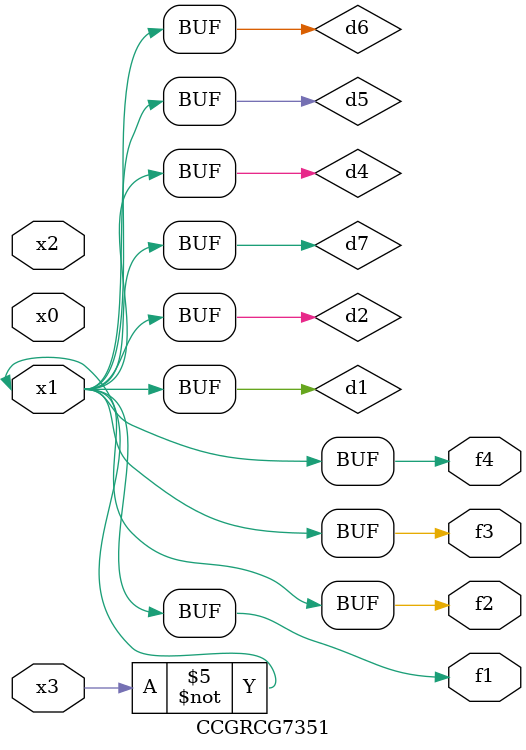
<source format=v>
module CCGRCG7351(
	input x0, x1, x2, x3,
	output f1, f2, f3, f4
);

	wire d1, d2, d3, d4, d5, d6, d7;

	not (d1, x3);
	buf (d2, x1);
	xnor (d3, d1, d2);
	nor (d4, d1);
	buf (d5, d1, d2);
	buf (d6, d4, d5);
	nand (d7, d4);
	assign f1 = d6;
	assign f2 = d7;
	assign f3 = d6;
	assign f4 = d6;
endmodule

</source>
